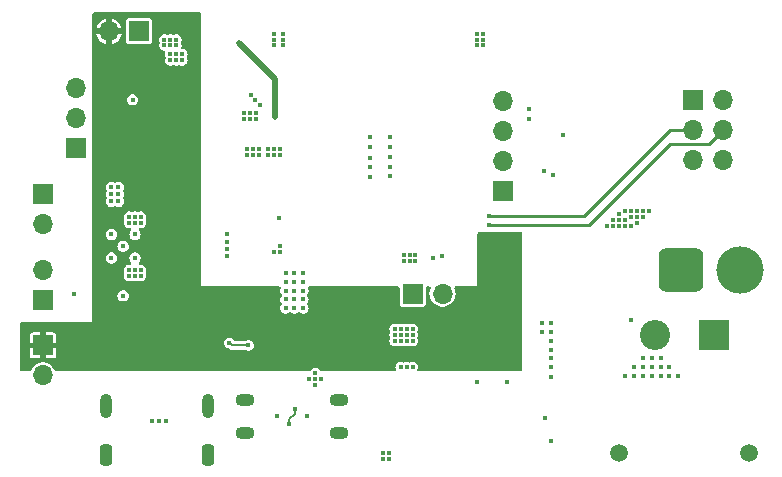
<source format=gbr>
%TF.GenerationSoftware,KiCad,Pcbnew,8.0.6*%
%TF.CreationDate,2024-12-20T17:35:19-08:00*%
%TF.ProjectId,roomba,726f6f6d-6261-42e6-9b69-6361645f7063,rev?*%
%TF.SameCoordinates,Original*%
%TF.FileFunction,Copper,L2,Inr*%
%TF.FilePolarity,Positive*%
%FSLAX46Y46*%
G04 Gerber Fmt 4.6, Leading zero omitted, Abs format (unit mm)*
G04 Created by KiCad (PCBNEW 8.0.6) date 2024-12-20 17:35:19*
%MOMM*%
%LPD*%
G01*
G04 APERTURE LIST*
G04 Aperture macros list*
%AMRoundRect*
0 Rectangle with rounded corners*
0 $1 Rounding radius*
0 $2 $3 $4 $5 $6 $7 $8 $9 X,Y pos of 4 corners*
0 Add a 4 corners polygon primitive as box body*
4,1,4,$2,$3,$4,$5,$6,$7,$8,$9,$2,$3,0*
0 Add four circle primitives for the rounded corners*
1,1,$1+$1,$2,$3*
1,1,$1+$1,$4,$5*
1,1,$1+$1,$6,$7*
1,1,$1+$1,$8,$9*
0 Add four rect primitives between the rounded corners*
20,1,$1+$1,$2,$3,$4,$5,0*
20,1,$1+$1,$4,$5,$6,$7,0*
20,1,$1+$1,$6,$7,$8,$9,0*
20,1,$1+$1,$8,$9,$2,$3,0*%
G04 Aperture macros list end*
%TA.AperFunction,ComponentPad*%
%ADD10R,1.700000X1.700000*%
%TD*%
%TA.AperFunction,ComponentPad*%
%ADD11O,1.700000X1.700000*%
%TD*%
%TA.AperFunction,ComponentPad*%
%ADD12C,0.450000*%
%TD*%
%TA.AperFunction,ComponentPad*%
%ADD13O,1.600000X1.100000*%
%TD*%
%TA.AperFunction,ComponentPad*%
%ADD14RoundRect,0.250000X-0.250000X-0.650000X0.250000X-0.650000X0.250000X0.650000X-0.250000X0.650000X0*%
%TD*%
%TA.AperFunction,ComponentPad*%
%ADD15O,1.000000X2.100000*%
%TD*%
%TA.AperFunction,ComponentPad*%
%ADD16C,4.000000*%
%TD*%
%TA.AperFunction,ComponentPad*%
%ADD17RoundRect,0.760000X-1.140000X-1.140000X1.140000X-1.140000X1.140000X1.140000X-1.140000X1.140000X0*%
%TD*%
%TA.AperFunction,ComponentPad*%
%ADD18R,2.550000X2.550000*%
%TD*%
%TA.AperFunction,ComponentPad*%
%ADD19C,1.508000*%
%TD*%
%TA.AperFunction,ComponentPad*%
%ADD20C,2.550000*%
%TD*%
%TA.AperFunction,ViaPad*%
%ADD21C,0.400000*%
%TD*%
%TA.AperFunction,ViaPad*%
%ADD22C,0.450000*%
%TD*%
%TA.AperFunction,Conductor*%
%ADD23C,0.250000*%
%TD*%
%TA.AperFunction,Conductor*%
%ADD24C,0.500000*%
%TD*%
%TA.AperFunction,Conductor*%
%ADD25C,0.200000*%
%TD*%
G04 APERTURE END LIST*
D10*
%TO.N,GND*%
%TO.C,U3*%
X162120000Y-102340000D03*
D11*
%TO.N,+3V3*%
X162120000Y-99800000D03*
%TO.N,/SCL*%
X162120000Y-97260000D03*
%TO.N,/SDA*%
X162120000Y-94720000D03*
%TD*%
D12*
%TO.N,GND*%
%TO.C,U2*%
X131000000Y-106000000D03*
X129000000Y-106000000D03*
X130000000Y-107000000D03*
X131000000Y-108000000D03*
X129000000Y-108000000D03*
%TD*%
D10*
%TO.N,+BATT*%
%TO.C,M3*%
X123200000Y-115400000D03*
D11*
%TO.N,Net-(D10-A)*%
X123200000Y-117940000D03*
%TD*%
%TO.N,Net-(M2--)*%
%TO.C,M2*%
X123200000Y-109000000D03*
D10*
%TO.N,Net-(M2-+)*%
X123200000Y-111540000D03*
%TD*%
%TO.N,Net-(M1-+)*%
%TO.C,M1*%
X123200000Y-102600000D03*
D11*
%TO.N,Net-(M1--)*%
X123200000Y-105140000D03*
%TD*%
%TO.N,+3V3*%
%TO.C,J7*%
X157040000Y-111000000D03*
D10*
%TO.N,GND*%
X154500000Y-111000000D03*
%TD*%
%TO.N,GND*%
%TO.C,J6*%
X131340000Y-88800000D03*
D11*
%TO.N,+BATT*%
X128800000Y-88800000D03*
%TD*%
D13*
%TO.N,GND*%
%TO.C,J4*%
X148275000Y-122840750D03*
X140275000Y-122840750D03*
X148275000Y-119980750D03*
X140275000Y-119980750D03*
%TD*%
D10*
%TO.N,GND*%
%TO.C,J2*%
X126000000Y-98680000D03*
D11*
%TO.N,unconnected-(J2-Pin_2-Pad2)*%
X126000000Y-96140000D03*
%TO.N,/BLDC_MOT*%
X126000000Y-93600000D03*
%TD*%
D14*
%TO.N,GND*%
%TO.C,J1*%
X137195000Y-124673250D03*
X128555000Y-124673250D03*
D15*
X137195000Y-120493250D03*
X128555000Y-120493250D03*
%TD*%
D16*
%TO.N,GND*%
%TO.C,J5*%
X182250000Y-109000000D03*
D17*
%TO.N,/Power/D_BATT*%
X177250000Y-109000000D03*
%TD*%
D18*
%TO.N,/Power/D_BATT*%
%TO.C,J3*%
X180000000Y-114500000D03*
D19*
%TO.N,GND*%
X183000000Y-124500000D03*
D20*
X175000000Y-114500000D03*
D19*
X172000000Y-124500000D03*
%TD*%
D10*
%TO.N,+3V3*%
%TO.C,LED1*%
X178260000Y-94600000D03*
D11*
X180800000Y-94600000D03*
%TO.N,/LED_S1*%
X178260000Y-97140000D03*
%TO.N,/LED_S2*%
X180800000Y-97140000D03*
%TO.N,GND*%
X178260000Y-99680000D03*
X180800000Y-99680000D03*
%TD*%
D21*
%TO.N,GND*%
X143250000Y-107000000D03*
X143250000Y-107500000D03*
X142750000Y-107500000D03*
%TO.N,Net-(U1-SW)*%
X153000000Y-115000000D03*
X154000000Y-115000000D03*
X153500000Y-115000000D03*
X154500000Y-115000000D03*
X153000000Y-114500000D03*
X154000000Y-114500000D03*
X153500000Y-114500000D03*
X154500000Y-114500000D03*
X153500000Y-117250000D03*
X154000000Y-117250000D03*
X154500000Y-117250000D03*
X154500000Y-114000000D03*
X154000000Y-114000000D03*
X153500000Y-114000000D03*
X153000000Y-114000000D03*
%TO.N,GND*%
X152500000Y-125000000D03*
X152000000Y-125000000D03*
X152500000Y-124500000D03*
X152000000Y-124500000D03*
X177000000Y-118000000D03*
X176250000Y-118000000D03*
X176250000Y-117250000D03*
X172500000Y-118000000D03*
X173250000Y-117250000D03*
X173250000Y-118000000D03*
X175500000Y-118000000D03*
X174750000Y-118000000D03*
X174000000Y-118000000D03*
X175500000Y-117250000D03*
X175500000Y-116500000D03*
X174750000Y-116500000D03*
X174750000Y-117250000D03*
X174000000Y-117250000D03*
X174000000Y-116500000D03*
X173500000Y-104000000D03*
X174500000Y-104000000D03*
X172500000Y-104000000D03*
X174000000Y-104500000D03*
X173000000Y-104000000D03*
X173500000Y-104500000D03*
X174000000Y-104000000D03*
X173000000Y-104500000D03*
X173500000Y-105000000D03*
X166242062Y-118031831D03*
X166250000Y-117250000D03*
X166250000Y-116500000D03*
X166250000Y-115750000D03*
X166250000Y-115000000D03*
X166250000Y-114250000D03*
X165500000Y-114250000D03*
X166250000Y-113500000D03*
X165500000Y-113500000D03*
%TO.N,Net-(U1-VFB)*%
X162500000Y-118500000D03*
X160000000Y-118500000D03*
%TO.N,GND*%
X135000000Y-91250000D03*
X134000000Y-90750000D03*
X134500000Y-91250000D03*
X134000000Y-91250000D03*
X134500000Y-90750000D03*
X135000000Y-90750000D03*
X134500000Y-90000000D03*
X133500000Y-89500000D03*
X134000000Y-90000000D03*
X133500000Y-90000000D03*
X134000000Y-89500000D03*
X134500000Y-89500000D03*
X141250000Y-96250000D03*
X140250000Y-95750000D03*
X140750000Y-96250000D03*
X140250000Y-96250000D03*
X140750000Y-95750000D03*
X141250000Y-95750000D03*
X141497687Y-99252314D03*
X140997687Y-99252314D03*
X140997687Y-98752314D03*
X140497687Y-98752314D03*
X141500000Y-98750000D03*
X140497687Y-99252314D03*
X131497687Y-105002314D03*
X130997687Y-105002314D03*
X130997687Y-104502314D03*
X130497687Y-104502314D03*
X131500000Y-104500000D03*
X130497687Y-105002314D03*
X131502313Y-108997686D03*
X131000000Y-109000000D03*
X130500000Y-109000000D03*
X130500000Y-109500000D03*
X131000000Y-109500000D03*
X131500000Y-109500000D03*
X172000000Y-104250000D03*
X172500000Y-104750000D03*
X173000000Y-105250000D03*
X172000000Y-104750000D03*
X171500000Y-104750000D03*
X172500000Y-105250000D03*
X172000000Y-105250000D03*
X171500000Y-105250000D03*
X171000000Y-105250000D03*
X146250000Y-117750000D03*
X146250000Y-118750000D03*
X146750000Y-118250000D03*
X146250000Y-118250000D03*
X145750000Y-118250000D03*
X154750000Y-107750000D03*
X153750000Y-107750000D03*
X154250000Y-107750000D03*
X154750000Y-108250000D03*
X154250000Y-108250000D03*
X153750000Y-108250000D03*
X160500000Y-89000000D03*
X160000000Y-89000000D03*
X160500000Y-89500000D03*
X160000000Y-89500000D03*
X160500000Y-90000000D03*
X160000000Y-90000000D03*
X143500000Y-90000000D03*
X142750000Y-90000000D03*
X143500000Y-89500000D03*
X142750000Y-89500000D03*
X143500000Y-89000000D03*
X142750000Y-89000000D03*
X152570000Y-101090000D03*
X150925000Y-101135000D03*
X150925000Y-100275000D03*
X152575000Y-100275000D03*
X152575000Y-98625000D03*
X150925000Y-98625000D03*
%TO.N,Net-(Q9-G)*%
X165750000Y-121500000D03*
%TO.N,+3V3*%
X145250000Y-109250000D03*
X144500000Y-109250000D03*
X143750000Y-109250000D03*
X145250000Y-110000000D03*
X144500000Y-110000000D03*
X143750000Y-110000000D03*
X145250000Y-110750000D03*
X144500000Y-110750000D03*
X143750000Y-110750000D03*
X145250000Y-111500000D03*
X144500000Y-111500000D03*
X143750000Y-111500000D03*
X145250000Y-112250000D03*
X144500000Y-112250000D03*
X143750000Y-112250000D03*
%TO.N,GND*%
X138800000Y-107800000D03*
X138800000Y-107200000D03*
X138800000Y-106600000D03*
X138800000Y-106000000D03*
%TO.N,/SDA*%
X166400000Y-101000000D03*
%TO.N,/SCL*%
X165600000Y-100600000D03*
X164400000Y-95400000D03*
%TO.N,/SDA*%
X164400000Y-96200000D03*
D22*
%TO.N,/LED_S2*%
X161000000Y-105200000D03*
%TO.N,/LED_S1*%
X161000000Y-104400000D03*
%TO.N,+BATT*%
X135600000Y-102400000D03*
X136200000Y-102400000D03*
%TO.N,/SDA*%
X156200000Y-108000000D03*
%TO.N,Net-(MCU1-IO0)*%
X139800000Y-89800000D03*
X142850000Y-96050000D03*
%TO.N,+3V3*%
X141200000Y-94600000D03*
X141600000Y-95000000D03*
X140800000Y-94200000D03*
X130800000Y-94600000D03*
X129000000Y-103200000D03*
X129000000Y-102600000D03*
X129000000Y-102000000D03*
X129600000Y-103200000D03*
X129600000Y-102600000D03*
X129600000Y-102000000D03*
%TO.N,+BATT*%
X134400000Y-106600000D03*
X134400000Y-107800000D03*
X135000000Y-107200000D03*
X134400000Y-107200000D03*
%TO.N,+3V3*%
X125800000Y-111000000D03*
%TO.N,/nFault*%
X130000000Y-111200000D03*
X143200000Y-104600000D03*
%TO.N,+BATT*%
X162800000Y-106400000D03*
X163400000Y-107000000D03*
X162800000Y-107000000D03*
X163400000Y-106400000D03*
X161600000Y-106400000D03*
X162200000Y-107000000D03*
X161600000Y-107000000D03*
X162200000Y-106400000D03*
X161000000Y-106400000D03*
X160400000Y-106400000D03*
X161000000Y-107000000D03*
X160400000Y-107000000D03*
D21*
%TO.N,/DN*%
X144525000Y-120810750D03*
X144025000Y-122010750D03*
%TO.N,+V_USB*%
X133000000Y-121800000D03*
X132400000Y-121800000D03*
X133600000Y-121800000D03*
X145525000Y-121400000D03*
X143025000Y-121400000D03*
D22*
%TO.N,/SCL*%
X157000000Y-107800000D03*
D21*
%TO.N,GND*%
X167200000Y-97600000D03*
%TO.N,/DN*%
X140600000Y-115400000D03*
X139000000Y-115200000D03*
%TO.N,GND*%
X150925000Y-97750000D03*
X152575000Y-97750000D03*
X150925000Y-99495000D03*
X152570000Y-99450000D03*
X142247687Y-99252314D03*
X143250000Y-98750000D03*
X142247687Y-98752314D03*
X142747687Y-98752314D03*
X142747687Y-99252314D03*
X143247687Y-99252314D03*
%TO.N,Net-(Q9-G)*%
X173000000Y-113250000D03*
%TO.N,/Power/D_BATT*%
X166250000Y-123500000D03*
%TD*%
D23*
%TO.N,/LED_S2*%
X179625000Y-98315000D02*
X176285000Y-98315000D01*
X180800000Y-97140000D02*
X179625000Y-98315000D01*
%TO.N,/LED_S1*%
X176260000Y-97140000D02*
X178260000Y-97140000D01*
D24*
%TO.N,Net-(MCU1-IO0)*%
X142850000Y-92850000D02*
X139800000Y-89800000D01*
X142850000Y-96050000D02*
X142850000Y-92850000D01*
D25*
%TO.N,/DN*%
X144525000Y-121160750D02*
X144525000Y-120810750D01*
X144025000Y-121660750D02*
X144525000Y-121160750D01*
X144025000Y-122010750D02*
X144025000Y-121660750D01*
D23*
%TO.N,/LED_S2*%
X169400000Y-105200000D02*
X161000000Y-105200000D01*
%TO.N,/LED_S1*%
X169000000Y-104400000D02*
X176260000Y-97140000D01*
X161000000Y-104400000D02*
X169000000Y-104400000D01*
%TO.N,/LED_S2*%
X176285000Y-98315000D02*
X169400000Y-105200000D01*
D25*
%TO.N,/DN*%
X140600000Y-115400000D02*
X139200000Y-115400000D01*
X139200000Y-115400000D02*
X139000000Y-115200000D01*
%TD*%
%TA.AperFunction,Conductor*%
%TO.N,+BATT*%
G36*
X136543039Y-87219685D02*
G01*
X136588794Y-87272489D01*
X136600000Y-87324000D01*
X136600000Y-110400000D01*
X143221636Y-110400000D01*
X143288675Y-110419685D01*
X143334430Y-110472489D01*
X143344374Y-110541647D01*
X143334431Y-110575511D01*
X143313302Y-110621776D01*
X143294867Y-110750000D01*
X143313302Y-110878225D01*
X143367117Y-110996061D01*
X143367118Y-110996063D01*
X143375000Y-111005159D01*
X143408480Y-111043798D01*
X143437504Y-111107354D01*
X143427560Y-111176513D01*
X143408480Y-111206202D01*
X143367118Y-111253937D01*
X143367117Y-111253938D01*
X143313302Y-111371774D01*
X143294867Y-111500000D01*
X143313302Y-111628225D01*
X143366440Y-111744579D01*
X143367118Y-111746063D01*
X143375000Y-111755159D01*
X143408480Y-111793798D01*
X143437504Y-111857354D01*
X143427560Y-111926513D01*
X143408480Y-111956202D01*
X143367118Y-112003937D01*
X143367117Y-112003938D01*
X143313302Y-112121774D01*
X143294867Y-112250000D01*
X143313302Y-112378225D01*
X143329948Y-112414674D01*
X143367118Y-112496063D01*
X143451951Y-112593967D01*
X143560931Y-112664004D01*
X143685225Y-112700499D01*
X143685227Y-112700500D01*
X143685228Y-112700500D01*
X143814773Y-112700500D01*
X143814773Y-112700499D01*
X143939069Y-112664004D01*
X144048049Y-112593967D01*
X144048049Y-112593966D01*
X144055510Y-112589172D01*
X144057065Y-112591592D01*
X144107347Y-112568627D01*
X144176506Y-112578567D01*
X144194056Y-112589846D01*
X144194490Y-112589172D01*
X144201950Y-112593966D01*
X144201951Y-112593967D01*
X144310931Y-112664004D01*
X144435225Y-112700499D01*
X144435227Y-112700500D01*
X144435228Y-112700500D01*
X144564773Y-112700500D01*
X144564773Y-112700499D01*
X144689069Y-112664004D01*
X144798049Y-112593967D01*
X144798049Y-112593966D01*
X144805510Y-112589172D01*
X144807065Y-112591592D01*
X144857347Y-112568627D01*
X144926506Y-112578567D01*
X144944056Y-112589846D01*
X144944490Y-112589172D01*
X144951950Y-112593966D01*
X144951951Y-112593967D01*
X145060931Y-112664004D01*
X145185225Y-112700499D01*
X145185227Y-112700500D01*
X145185228Y-112700500D01*
X145314773Y-112700500D01*
X145314773Y-112700499D01*
X145439069Y-112664004D01*
X145548049Y-112593967D01*
X145632882Y-112496063D01*
X145686697Y-112378226D01*
X145705133Y-112250000D01*
X145686697Y-112121774D01*
X145632882Y-112003937D01*
X145591519Y-111956200D01*
X145562495Y-111892647D01*
X145572439Y-111823489D01*
X145591517Y-111793800D01*
X145632882Y-111746063D01*
X145686697Y-111628226D01*
X145705133Y-111500000D01*
X145686697Y-111371774D01*
X145632882Y-111253937D01*
X145591519Y-111206200D01*
X145562495Y-111142647D01*
X145572439Y-111073489D01*
X145591517Y-111043800D01*
X145632882Y-110996063D01*
X145686697Y-110878226D01*
X145705133Y-110750000D01*
X145686697Y-110621774D01*
X145665568Y-110575510D01*
X145655626Y-110506353D01*
X145684651Y-110442797D01*
X145743430Y-110405023D01*
X145778364Y-110400000D01*
X153275500Y-110400000D01*
X153342539Y-110419685D01*
X153388294Y-110472489D01*
X153399500Y-110524000D01*
X153399500Y-111874678D01*
X153414032Y-111947735D01*
X153414033Y-111947739D01*
X153432405Y-111975235D01*
X153469399Y-112030601D01*
X153552260Y-112085966D01*
X153552264Y-112085967D01*
X153625321Y-112100499D01*
X153625324Y-112100500D01*
X153625326Y-112100500D01*
X155374676Y-112100500D01*
X155374677Y-112100499D01*
X155447740Y-112085966D01*
X155530601Y-112030601D01*
X155585966Y-111947740D01*
X155600500Y-111874674D01*
X155600500Y-110524000D01*
X155620185Y-110456961D01*
X155672989Y-110411206D01*
X155724500Y-110400000D01*
X155909112Y-110400000D01*
X155976151Y-110419685D01*
X156021906Y-110472489D01*
X156031850Y-110541647D01*
X156020113Y-110579271D01*
X156009421Y-110600743D01*
X156009417Y-110600752D01*
X155953602Y-110796917D01*
X155934785Y-110999999D01*
X155934785Y-111000000D01*
X155953602Y-111203082D01*
X156009417Y-111399247D01*
X156009422Y-111399260D01*
X156100327Y-111581821D01*
X156223237Y-111744581D01*
X156373958Y-111881980D01*
X156373960Y-111881982D01*
X156391185Y-111892647D01*
X156547363Y-111989348D01*
X156737544Y-112063024D01*
X156938024Y-112100500D01*
X156938026Y-112100500D01*
X157141974Y-112100500D01*
X157141976Y-112100500D01*
X157342456Y-112063024D01*
X157532637Y-111989348D01*
X157706041Y-111881981D01*
X157855137Y-111746062D01*
X157856762Y-111744581D01*
X157856764Y-111744579D01*
X157979673Y-111581821D01*
X158070582Y-111399250D01*
X158126397Y-111203083D01*
X158145215Y-111000000D01*
X158126397Y-110796917D01*
X158070582Y-110600750D01*
X158059887Y-110579271D01*
X158047627Y-110510485D01*
X158074501Y-110445991D01*
X158131977Y-110406263D01*
X158170888Y-110400000D01*
X160000000Y-110400000D01*
X160000000Y-105924000D01*
X160019685Y-105856961D01*
X160072489Y-105811206D01*
X160124000Y-105800000D01*
X163676000Y-105800000D01*
X163743039Y-105819685D01*
X163788794Y-105872489D01*
X163800000Y-105924000D01*
X163800000Y-117476000D01*
X163780315Y-117543039D01*
X163727511Y-117588794D01*
X163676000Y-117600000D01*
X155028364Y-117600000D01*
X154961325Y-117580315D01*
X154915570Y-117527511D01*
X154905626Y-117458353D01*
X154915569Y-117424489D01*
X154936697Y-117378226D01*
X154955133Y-117250000D01*
X154936697Y-117121774D01*
X154882882Y-117003937D01*
X154798049Y-116906033D01*
X154689069Y-116835996D01*
X154689065Y-116835994D01*
X154689064Y-116835994D01*
X154564774Y-116799500D01*
X154564772Y-116799500D01*
X154435228Y-116799500D01*
X154435226Y-116799500D01*
X154310932Y-116835995D01*
X154302861Y-116839681D01*
X154301474Y-116836645D01*
X154249966Y-116851754D01*
X154198523Y-116836649D01*
X154197139Y-116839681D01*
X154189067Y-116835995D01*
X154064774Y-116799500D01*
X154064772Y-116799500D01*
X153935228Y-116799500D01*
X153935226Y-116799500D01*
X153810932Y-116835995D01*
X153802861Y-116839681D01*
X153801474Y-116836645D01*
X153749966Y-116851754D01*
X153698523Y-116836649D01*
X153697139Y-116839681D01*
X153689067Y-116835995D01*
X153564774Y-116799500D01*
X153564772Y-116799500D01*
X153435228Y-116799500D01*
X153435226Y-116799500D01*
X153310935Y-116835994D01*
X153310932Y-116835995D01*
X153310931Y-116835996D01*
X153286411Y-116851754D01*
X153201950Y-116906033D01*
X153117118Y-117003937D01*
X153117117Y-117003938D01*
X153063302Y-117121774D01*
X153044867Y-117250000D01*
X153063302Y-117378223D01*
X153084431Y-117424489D01*
X153094374Y-117493647D01*
X153065349Y-117557203D01*
X153006570Y-117594977D01*
X152971636Y-117600000D01*
X146756443Y-117600000D01*
X146689404Y-117580315D01*
X146643649Y-117527513D01*
X146642381Y-117524738D01*
X146632882Y-117503937D01*
X146548049Y-117406033D01*
X146439069Y-117335996D01*
X146439065Y-117335994D01*
X146439064Y-117335994D01*
X146314774Y-117299500D01*
X146314772Y-117299500D01*
X146185228Y-117299500D01*
X146185226Y-117299500D01*
X146060935Y-117335994D01*
X146060932Y-117335995D01*
X146060931Y-117335996D01*
X146009677Y-117368934D01*
X145951950Y-117406033D01*
X145867118Y-117503936D01*
X145856351Y-117527513D01*
X145810595Y-117580316D01*
X145743557Y-117600000D01*
X124336863Y-117600000D01*
X124269824Y-117580315D01*
X124225863Y-117531272D01*
X124149655Y-117378226D01*
X124139673Y-117358179D01*
X124016764Y-117195421D01*
X124016762Y-117195418D01*
X123866041Y-117058019D01*
X123866039Y-117058017D01*
X123692642Y-116950655D01*
X123692635Y-116950651D01*
X123577461Y-116906033D01*
X123502456Y-116876976D01*
X123301976Y-116839500D01*
X123098024Y-116839500D01*
X122897544Y-116876976D01*
X122897541Y-116876976D01*
X122897541Y-116876977D01*
X122707364Y-116950651D01*
X122707357Y-116950655D01*
X122533960Y-117058017D01*
X122533958Y-117058019D01*
X122383237Y-117195418D01*
X122260327Y-117358178D01*
X122174137Y-117531272D01*
X122126634Y-117582509D01*
X122063137Y-117600000D01*
X121374500Y-117600000D01*
X121307461Y-117580315D01*
X121261706Y-117527511D01*
X121250500Y-117476000D01*
X121250500Y-114525371D01*
X122100000Y-114525371D01*
X122100000Y-115150000D01*
X122766988Y-115150000D01*
X122734075Y-115207007D01*
X122700000Y-115334174D01*
X122700000Y-115465826D01*
X122734075Y-115592993D01*
X122766988Y-115650000D01*
X122100000Y-115650000D01*
X122100000Y-116274628D01*
X122114503Y-116347540D01*
X122114505Y-116347544D01*
X122169760Y-116430239D01*
X122252455Y-116485494D01*
X122252459Y-116485496D01*
X122325371Y-116499999D01*
X122325374Y-116500000D01*
X122950000Y-116500000D01*
X122950000Y-115833012D01*
X123007007Y-115865925D01*
X123134174Y-115900000D01*
X123265826Y-115900000D01*
X123392993Y-115865925D01*
X123450000Y-115833012D01*
X123450000Y-116500000D01*
X124074626Y-116500000D01*
X124074628Y-116499999D01*
X124147540Y-116485496D01*
X124147544Y-116485494D01*
X124230239Y-116430239D01*
X124285494Y-116347544D01*
X124285496Y-116347540D01*
X124299999Y-116274628D01*
X124300000Y-116274626D01*
X124300000Y-115650000D01*
X123633012Y-115650000D01*
X123665925Y-115592993D01*
X123700000Y-115465826D01*
X123700000Y-115334174D01*
X123665925Y-115207007D01*
X123661880Y-115200000D01*
X138544867Y-115200000D01*
X138563302Y-115328225D01*
X138584594Y-115374846D01*
X138617118Y-115446063D01*
X138701951Y-115543967D01*
X138810931Y-115614004D01*
X138848322Y-115624982D01*
X138932594Y-115649727D01*
X138977632Y-115676449D01*
X138978343Y-115675524D01*
X138984786Y-115680468D01*
X138984788Y-115680470D01*
X139064712Y-115726614D01*
X139153856Y-115750500D01*
X139153857Y-115750500D01*
X139246144Y-115750500D01*
X140275707Y-115750500D01*
X140342746Y-115770185D01*
X140410928Y-115814003D01*
X140410933Y-115814005D01*
X140535225Y-115850499D01*
X140535227Y-115850500D01*
X140535228Y-115850500D01*
X140664773Y-115850500D01*
X140664773Y-115850499D01*
X140789069Y-115814004D01*
X140898049Y-115743967D01*
X140982882Y-115646063D01*
X141036697Y-115528226D01*
X141055133Y-115400000D01*
X141036697Y-115271774D01*
X140982882Y-115153937D01*
X140898049Y-115056033D01*
X140789069Y-114985996D01*
X140789065Y-114985994D01*
X140789064Y-114985994D01*
X140664774Y-114949500D01*
X140664772Y-114949500D01*
X140535228Y-114949500D01*
X140535226Y-114949500D01*
X140410933Y-114985994D01*
X140410928Y-114985996D01*
X140342746Y-115029815D01*
X140275707Y-115049500D01*
X139506214Y-115049500D01*
X139439175Y-115029815D01*
X139393420Y-114977011D01*
X139382884Y-114953940D01*
X139382882Y-114953938D01*
X139382882Y-114953937D01*
X139298049Y-114856033D01*
X139189069Y-114785996D01*
X139189065Y-114785994D01*
X139189064Y-114785994D01*
X139064774Y-114749500D01*
X139064772Y-114749500D01*
X138935228Y-114749500D01*
X138935226Y-114749500D01*
X138810935Y-114785994D01*
X138810932Y-114785995D01*
X138810931Y-114785996D01*
X138786788Y-114801512D01*
X138701950Y-114856033D01*
X138617118Y-114953937D01*
X138617117Y-114953938D01*
X138563302Y-115071774D01*
X138544867Y-115200000D01*
X123661880Y-115200000D01*
X123633012Y-115150000D01*
X124300000Y-115150000D01*
X124300000Y-114525373D01*
X124299999Y-114525371D01*
X124285496Y-114452459D01*
X124285494Y-114452455D01*
X124230239Y-114369760D01*
X124147544Y-114314505D01*
X124147540Y-114314503D01*
X124074627Y-114300000D01*
X123450000Y-114300000D01*
X123450000Y-114966988D01*
X123392993Y-114934075D01*
X123265826Y-114900000D01*
X123134174Y-114900000D01*
X123007007Y-114934075D01*
X122950000Y-114966988D01*
X122950000Y-114300000D01*
X122325373Y-114300000D01*
X122252459Y-114314503D01*
X122252455Y-114314505D01*
X122169760Y-114369760D01*
X122114505Y-114452455D01*
X122114503Y-114452459D01*
X122100000Y-114525371D01*
X121250500Y-114525371D01*
X121250500Y-114000000D01*
X152544867Y-114000000D01*
X152563302Y-114128224D01*
X152595391Y-114198489D01*
X152605334Y-114267648D01*
X152595391Y-114301511D01*
X152563302Y-114371775D01*
X152544867Y-114500000D01*
X152563302Y-114628224D01*
X152595391Y-114698489D01*
X152605334Y-114767648D01*
X152595391Y-114801511D01*
X152563302Y-114871775D01*
X152544867Y-115000000D01*
X152563302Y-115128225D01*
X152617117Y-115246061D01*
X152617118Y-115246063D01*
X152701951Y-115343967D01*
X152810931Y-115414004D01*
X152920117Y-115446063D01*
X152935225Y-115450499D01*
X152935227Y-115450500D01*
X152935228Y-115450500D01*
X153064773Y-115450500D01*
X153064773Y-115450499D01*
X153189069Y-115414004D01*
X153189070Y-115414002D01*
X153197134Y-115410321D01*
X153198522Y-115413361D01*
X153249992Y-115398245D01*
X153301478Y-115413358D01*
X153302866Y-115410321D01*
X153310933Y-115414005D01*
X153435225Y-115450499D01*
X153435227Y-115450500D01*
X153435228Y-115450500D01*
X153564773Y-115450500D01*
X153564773Y-115450499D01*
X153689069Y-115414004D01*
X153689070Y-115414002D01*
X153697134Y-115410321D01*
X153698522Y-115413361D01*
X153749992Y-115398245D01*
X153801478Y-115413358D01*
X153802866Y-115410321D01*
X153810933Y-115414005D01*
X153935225Y-115450499D01*
X153935227Y-115450500D01*
X153935228Y-115450500D01*
X154064773Y-115450500D01*
X154064773Y-115450499D01*
X154189069Y-115414004D01*
X154189070Y-115414002D01*
X154197134Y-115410321D01*
X154198522Y-115413361D01*
X154249992Y-115398245D01*
X154301478Y-115413358D01*
X154302866Y-115410321D01*
X154310933Y-115414005D01*
X154435225Y-115450499D01*
X154435227Y-115450500D01*
X154435228Y-115450500D01*
X154564773Y-115450500D01*
X154564773Y-115450499D01*
X154689069Y-115414004D01*
X154798049Y-115343967D01*
X154882882Y-115246063D01*
X154936697Y-115128226D01*
X154955133Y-115000000D01*
X154936697Y-114871774D01*
X154904608Y-114801511D01*
X154894665Y-114732353D01*
X154904609Y-114698488D01*
X154936697Y-114628225D01*
X154936697Y-114628224D01*
X154955133Y-114500000D01*
X154936697Y-114371774D01*
X154904608Y-114301511D01*
X154894665Y-114232353D01*
X154904609Y-114198488D01*
X154936697Y-114128225D01*
X154936697Y-114128224D01*
X154955133Y-114000000D01*
X154936697Y-113871774D01*
X154882882Y-113753937D01*
X154798049Y-113656033D01*
X154689069Y-113585996D01*
X154689065Y-113585994D01*
X154689064Y-113585994D01*
X154564774Y-113549500D01*
X154564772Y-113549500D01*
X154435228Y-113549500D01*
X154435226Y-113549500D01*
X154310932Y-113585995D01*
X154302861Y-113589681D01*
X154301474Y-113586645D01*
X154249966Y-113601754D01*
X154198523Y-113586649D01*
X154197139Y-113589681D01*
X154189067Y-113585995D01*
X154064774Y-113549500D01*
X154064772Y-113549500D01*
X153935228Y-113549500D01*
X153935226Y-113549500D01*
X153810932Y-113585995D01*
X153802861Y-113589681D01*
X153801474Y-113586645D01*
X153749966Y-113601754D01*
X153698523Y-113586649D01*
X153697139Y-113589681D01*
X153689067Y-113585995D01*
X153564774Y-113549500D01*
X153564772Y-113549500D01*
X153435228Y-113549500D01*
X153435226Y-113549500D01*
X153310932Y-113585995D01*
X153302861Y-113589681D01*
X153301474Y-113586645D01*
X153249966Y-113601754D01*
X153198523Y-113586649D01*
X153197139Y-113589681D01*
X153189067Y-113585995D01*
X153064774Y-113549500D01*
X153064772Y-113549500D01*
X152935228Y-113549500D01*
X152935226Y-113549500D01*
X152810935Y-113585994D01*
X152810932Y-113585995D01*
X152810931Y-113585996D01*
X152786411Y-113601754D01*
X152701950Y-113656033D01*
X152617118Y-113753937D01*
X152617117Y-113753938D01*
X152563302Y-113871774D01*
X152544867Y-114000000D01*
X121250500Y-114000000D01*
X121250500Y-113524000D01*
X121270185Y-113456961D01*
X121322989Y-113411206D01*
X121374500Y-113400000D01*
X127400000Y-113400000D01*
X127400000Y-111200000D01*
X129519610Y-111200000D01*
X129539068Y-111335337D01*
X129539070Y-111335345D01*
X129595867Y-111459714D01*
X129595872Y-111459721D01*
X129685409Y-111563053D01*
X129685413Y-111563057D01*
X129745979Y-111601979D01*
X129800439Y-111636978D01*
X129866036Y-111656239D01*
X129931632Y-111675500D01*
X129931633Y-111675500D01*
X130068367Y-111675500D01*
X130199561Y-111636978D01*
X130314589Y-111563055D01*
X130404130Y-111459718D01*
X130460931Y-111335342D01*
X130480390Y-111200000D01*
X130460931Y-111064658D01*
X130433759Y-111005159D01*
X130404132Y-110940285D01*
X130404127Y-110940278D01*
X130314590Y-110836946D01*
X130314586Y-110836942D01*
X130199559Y-110763021D01*
X130068368Y-110724500D01*
X130068367Y-110724500D01*
X129931633Y-110724500D01*
X129931632Y-110724500D01*
X129800440Y-110763021D01*
X129685413Y-110836942D01*
X129685409Y-110836946D01*
X129595872Y-110940278D01*
X129595867Y-110940285D01*
X129539070Y-111064654D01*
X129539068Y-111064662D01*
X129519610Y-111200000D01*
X127400000Y-111200000D01*
X127400000Y-109000000D01*
X130044867Y-109000000D01*
X130063302Y-109128224D01*
X130095391Y-109198489D01*
X130105334Y-109267648D01*
X130095391Y-109301511D01*
X130063302Y-109371775D01*
X130044867Y-109500000D01*
X130063302Y-109628225D01*
X130076002Y-109656033D01*
X130117118Y-109746063D01*
X130201951Y-109843967D01*
X130310931Y-109914004D01*
X130435225Y-109950499D01*
X130435227Y-109950500D01*
X130435228Y-109950500D01*
X130564773Y-109950500D01*
X130564773Y-109950499D01*
X130689069Y-109914004D01*
X130689070Y-109914002D01*
X130697134Y-109910321D01*
X130698522Y-109913361D01*
X130749992Y-109898245D01*
X130801478Y-109913358D01*
X130802866Y-109910321D01*
X130810933Y-109914005D01*
X130935225Y-109950499D01*
X130935227Y-109950500D01*
X130935228Y-109950500D01*
X131064773Y-109950500D01*
X131064773Y-109950499D01*
X131189069Y-109914004D01*
X131189070Y-109914002D01*
X131197134Y-109910321D01*
X131198522Y-109913361D01*
X131249992Y-109898245D01*
X131301478Y-109913358D01*
X131302866Y-109910321D01*
X131310933Y-109914005D01*
X131435225Y-109950499D01*
X131435227Y-109950500D01*
X131435228Y-109950500D01*
X131564773Y-109950500D01*
X131564773Y-109950499D01*
X131689069Y-109914004D01*
X131798049Y-109843967D01*
X131882882Y-109746063D01*
X131936697Y-109628226D01*
X131955133Y-109500000D01*
X131936697Y-109371774D01*
X131905237Y-109302887D01*
X131895293Y-109233728D01*
X131905237Y-109199863D01*
X131939010Y-109125912D01*
X131957446Y-108997686D01*
X131939010Y-108869460D01*
X131885195Y-108751623D01*
X131800362Y-108653719D01*
X131691382Y-108583682D01*
X131691378Y-108583680D01*
X131691377Y-108583680D01*
X131567087Y-108547186D01*
X131567085Y-108547186D01*
X131437541Y-108547186D01*
X131428673Y-108547186D01*
X131428673Y-108544088D01*
X131374698Y-108536304D01*
X131321914Y-108490526D01*
X131302259Y-108423478D01*
X131321973Y-108356447D01*
X131332540Y-108342337D01*
X131404128Y-108259721D01*
X131404128Y-108259720D01*
X131404130Y-108259718D01*
X131406093Y-108255421D01*
X131425007Y-108214004D01*
X131460931Y-108135342D01*
X131480390Y-108000000D01*
X131460931Y-107864658D01*
X131448677Y-107837827D01*
X131404132Y-107740285D01*
X131404127Y-107740278D01*
X131314590Y-107636946D01*
X131314586Y-107636942D01*
X131199559Y-107563021D01*
X131068368Y-107524500D01*
X131068367Y-107524500D01*
X130931633Y-107524500D01*
X130931632Y-107524500D01*
X130800440Y-107563021D01*
X130685413Y-107636942D01*
X130685409Y-107636946D01*
X130595872Y-107740278D01*
X130595867Y-107740285D01*
X130539070Y-107864654D01*
X130539068Y-107864662D01*
X130519610Y-108000000D01*
X130539068Y-108135337D01*
X130539070Y-108135345D01*
X130595867Y-108259714D01*
X130595872Y-108259722D01*
X130669414Y-108344594D01*
X130698439Y-108408150D01*
X130688495Y-108477308D01*
X130642740Y-108530112D01*
X130575700Y-108549796D01*
X130571556Y-108549500D01*
X130564772Y-108549500D01*
X130435228Y-108549500D01*
X130435226Y-108549500D01*
X130310935Y-108585994D01*
X130310932Y-108585995D01*
X130310931Y-108585996D01*
X130259677Y-108618934D01*
X130201950Y-108656033D01*
X130117118Y-108753937D01*
X130117117Y-108753938D01*
X130063302Y-108871774D01*
X130044867Y-109000000D01*
X127400000Y-109000000D01*
X127400000Y-108000000D01*
X128519610Y-108000000D01*
X128539068Y-108135337D01*
X128539070Y-108135345D01*
X128595867Y-108259714D01*
X128595872Y-108259721D01*
X128685409Y-108363053D01*
X128685413Y-108363057D01*
X128745979Y-108401979D01*
X128800439Y-108436978D01*
X128866036Y-108456239D01*
X128931632Y-108475500D01*
X128931633Y-108475500D01*
X129068367Y-108475500D01*
X129199561Y-108436978D01*
X129314589Y-108363055D01*
X129404130Y-108259718D01*
X129406093Y-108255421D01*
X129425007Y-108214004D01*
X129460931Y-108135342D01*
X129480390Y-108000000D01*
X129460931Y-107864658D01*
X129448677Y-107837827D01*
X129404132Y-107740285D01*
X129404127Y-107740278D01*
X129314590Y-107636946D01*
X129314586Y-107636942D01*
X129199559Y-107563021D01*
X129068368Y-107524500D01*
X129068367Y-107524500D01*
X128931633Y-107524500D01*
X128931632Y-107524500D01*
X128800440Y-107563021D01*
X128685413Y-107636942D01*
X128685409Y-107636946D01*
X128595872Y-107740278D01*
X128595867Y-107740285D01*
X128539070Y-107864654D01*
X128539068Y-107864662D01*
X128519610Y-108000000D01*
X127400000Y-108000000D01*
X127400000Y-107000000D01*
X129519610Y-107000000D01*
X129539068Y-107135337D01*
X129539070Y-107135345D01*
X129595867Y-107259714D01*
X129595872Y-107259721D01*
X129685409Y-107363053D01*
X129685413Y-107363057D01*
X129745979Y-107401979D01*
X129800439Y-107436978D01*
X129831380Y-107446063D01*
X129931632Y-107475500D01*
X129931633Y-107475500D01*
X130068367Y-107475500D01*
X130199561Y-107436978D01*
X130314589Y-107363055D01*
X130404130Y-107259718D01*
X130460931Y-107135342D01*
X130480390Y-107000000D01*
X130460931Y-106864658D01*
X130448677Y-106837827D01*
X130404132Y-106740285D01*
X130404127Y-106740278D01*
X130314590Y-106636946D01*
X130314586Y-106636942D01*
X130199559Y-106563021D01*
X130068368Y-106524500D01*
X130068367Y-106524500D01*
X129931633Y-106524500D01*
X129931632Y-106524500D01*
X129800440Y-106563021D01*
X129685413Y-106636942D01*
X129685409Y-106636946D01*
X129595872Y-106740278D01*
X129595867Y-106740285D01*
X129539070Y-106864654D01*
X129539068Y-106864662D01*
X129519610Y-107000000D01*
X127400000Y-107000000D01*
X127400000Y-106000000D01*
X128519610Y-106000000D01*
X128539068Y-106135337D01*
X128539070Y-106135345D01*
X128595867Y-106259714D01*
X128595872Y-106259721D01*
X128685409Y-106363053D01*
X128685413Y-106363057D01*
X128745979Y-106401979D01*
X128800439Y-106436978D01*
X128866036Y-106456239D01*
X128931632Y-106475500D01*
X128931633Y-106475500D01*
X129068367Y-106475500D01*
X129199561Y-106436978D01*
X129314589Y-106363055D01*
X129404130Y-106259718D01*
X129460931Y-106135342D01*
X129480390Y-106000000D01*
X129460931Y-105864658D01*
X129436520Y-105811206D01*
X129404132Y-105740285D01*
X129404127Y-105740278D01*
X129314590Y-105636946D01*
X129314586Y-105636942D01*
X129199559Y-105563021D01*
X129068368Y-105524500D01*
X129068367Y-105524500D01*
X128931633Y-105524500D01*
X128931632Y-105524500D01*
X128800440Y-105563021D01*
X128685413Y-105636942D01*
X128685409Y-105636946D01*
X128595872Y-105740278D01*
X128595867Y-105740285D01*
X128539070Y-105864654D01*
X128539068Y-105864662D01*
X128519610Y-106000000D01*
X127400000Y-106000000D01*
X127400000Y-104502314D01*
X130042554Y-104502314D01*
X130060989Y-104630538D01*
X130093078Y-104700803D01*
X130103021Y-104769962D01*
X130093078Y-104803825D01*
X130060989Y-104874089D01*
X130042554Y-105002314D01*
X130060989Y-105130539D01*
X130114804Y-105248375D01*
X130114805Y-105248377D01*
X130199638Y-105346281D01*
X130308618Y-105416318D01*
X130357130Y-105430562D01*
X130432912Y-105452813D01*
X130432914Y-105452814D01*
X130571327Y-105452814D01*
X130571327Y-105455920D01*
X130625249Y-105463671D01*
X130678054Y-105509425D01*
X130697740Y-105576464D01*
X130678057Y-105643504D01*
X130667453Y-105657669D01*
X130595872Y-105740277D01*
X130595867Y-105740285D01*
X130539070Y-105864654D01*
X130539068Y-105864662D01*
X130519610Y-106000000D01*
X130539068Y-106135337D01*
X130539070Y-106135345D01*
X130595867Y-106259714D01*
X130595872Y-106259721D01*
X130685409Y-106363053D01*
X130685413Y-106363057D01*
X130745979Y-106401979D01*
X130800439Y-106436978D01*
X130866036Y-106456239D01*
X130931632Y-106475500D01*
X130931633Y-106475500D01*
X131068367Y-106475500D01*
X131199561Y-106436978D01*
X131314589Y-106363055D01*
X131404130Y-106259718D01*
X131460931Y-106135342D01*
X131480390Y-106000000D01*
X131460931Y-105864658D01*
X131436520Y-105811206D01*
X131404132Y-105740285D01*
X131404129Y-105740281D01*
X131332846Y-105658015D01*
X131303822Y-105594461D01*
X131313766Y-105525302D01*
X131359521Y-105472498D01*
X131426560Y-105452814D01*
X131562460Y-105452814D01*
X131562460Y-105452813D01*
X131686756Y-105416318D01*
X131795736Y-105346281D01*
X131880569Y-105248377D01*
X131934384Y-105130540D01*
X131952820Y-105002314D01*
X131934384Y-104874088D01*
X131902924Y-104805201D01*
X131892980Y-104736042D01*
X131902924Y-104702177D01*
X131936697Y-104628226D01*
X131955133Y-104500000D01*
X131936697Y-104371774D01*
X131882882Y-104253937D01*
X131798049Y-104156033D01*
X131689069Y-104085996D01*
X131689065Y-104085994D01*
X131689064Y-104085994D01*
X131564774Y-104049500D01*
X131564772Y-104049500D01*
X131435228Y-104049500D01*
X131435226Y-104049500D01*
X131310933Y-104085994D01*
X131302869Y-104089678D01*
X131301897Y-104087551D01*
X131247025Y-104103655D01*
X131196288Y-104088771D01*
X131194818Y-104091992D01*
X131186753Y-104088308D01*
X131062461Y-104051814D01*
X131062459Y-104051814D01*
X130932915Y-104051814D01*
X130932913Y-104051814D01*
X130808619Y-104088309D01*
X130800548Y-104091995D01*
X130799161Y-104088959D01*
X130747653Y-104104068D01*
X130696210Y-104088963D01*
X130694826Y-104091995D01*
X130686754Y-104088309D01*
X130562461Y-104051814D01*
X130562459Y-104051814D01*
X130432915Y-104051814D01*
X130432913Y-104051814D01*
X130308622Y-104088308D01*
X130308619Y-104088309D01*
X130308618Y-104088310D01*
X130284741Y-104103655D01*
X130199637Y-104158347D01*
X130114805Y-104256251D01*
X130114804Y-104256252D01*
X130060989Y-104374088D01*
X130042554Y-104502314D01*
X127400000Y-104502314D01*
X127400000Y-102000000D01*
X128519610Y-102000000D01*
X128539068Y-102135337D01*
X128539068Y-102135339D01*
X128539068Y-102135340D01*
X128539069Y-102135342D01*
X128590742Y-102248489D01*
X128600685Y-102317648D01*
X128590742Y-102351510D01*
X128558216Y-102422731D01*
X128539068Y-102464660D01*
X128539068Y-102464662D01*
X128519610Y-102600000D01*
X128539068Y-102735337D01*
X128539068Y-102735339D01*
X128539068Y-102735340D01*
X128539069Y-102735342D01*
X128590742Y-102848489D01*
X128600685Y-102917648D01*
X128590742Y-102951510D01*
X128558216Y-103022731D01*
X128539068Y-103064660D01*
X128539068Y-103064662D01*
X128519610Y-103200000D01*
X128539068Y-103335337D01*
X128539070Y-103335345D01*
X128595867Y-103459714D01*
X128595872Y-103459721D01*
X128685409Y-103563053D01*
X128685413Y-103563057D01*
X128736409Y-103595829D01*
X128800439Y-103636978D01*
X128866036Y-103656239D01*
X128931632Y-103675500D01*
X128931633Y-103675500D01*
X129068367Y-103675500D01*
X129199559Y-103636979D01*
X129209484Y-103630601D01*
X129232961Y-103615512D01*
X129300000Y-103595829D01*
X129367039Y-103615513D01*
X129400440Y-103636979D01*
X129531632Y-103675500D01*
X129531633Y-103675500D01*
X129668367Y-103675500D01*
X129799561Y-103636978D01*
X129914589Y-103563055D01*
X130004130Y-103459718D01*
X130060931Y-103335342D01*
X130080390Y-103200000D01*
X130060931Y-103064658D01*
X130009257Y-102951510D01*
X129999314Y-102882353D01*
X130009258Y-102848489D01*
X130060931Y-102735342D01*
X130080390Y-102600000D01*
X130060931Y-102464658D01*
X130009257Y-102351510D01*
X129999314Y-102282353D01*
X130009258Y-102248489D01*
X130060931Y-102135342D01*
X130080390Y-102000000D01*
X130060931Y-101864658D01*
X130048677Y-101837827D01*
X130004132Y-101740285D01*
X130004127Y-101740278D01*
X129914590Y-101636946D01*
X129914586Y-101636942D01*
X129799559Y-101563021D01*
X129668368Y-101524500D01*
X129668367Y-101524500D01*
X129531633Y-101524500D01*
X129531632Y-101524500D01*
X129400441Y-101563020D01*
X129400434Y-101563024D01*
X129367038Y-101584486D01*
X129299998Y-101604170D01*
X129232962Y-101584486D01*
X129199565Y-101563024D01*
X129199558Y-101563020D01*
X129068368Y-101524500D01*
X129068367Y-101524500D01*
X128931633Y-101524500D01*
X128931632Y-101524500D01*
X128800440Y-101563021D01*
X128685413Y-101636942D01*
X128685409Y-101636946D01*
X128595872Y-101740278D01*
X128595867Y-101740285D01*
X128539070Y-101864654D01*
X128539068Y-101864662D01*
X128519610Y-102000000D01*
X127400000Y-102000000D01*
X127400000Y-94600000D01*
X130319610Y-94600000D01*
X130339068Y-94735337D01*
X130339070Y-94735345D01*
X130395867Y-94859714D01*
X130395872Y-94859721D01*
X130485409Y-94963053D01*
X130485413Y-94963057D01*
X130521108Y-94985996D01*
X130600439Y-95036978D01*
X130665334Y-95056033D01*
X130731632Y-95075500D01*
X130731633Y-95075500D01*
X130868367Y-95075500D01*
X130999561Y-95036978D01*
X131114589Y-94963055D01*
X131204130Y-94859718D01*
X131260931Y-94735342D01*
X131280390Y-94600000D01*
X131260931Y-94464658D01*
X131248677Y-94437827D01*
X131204132Y-94340285D01*
X131204127Y-94340278D01*
X131114590Y-94236946D01*
X131114586Y-94236942D01*
X130999559Y-94163021D01*
X130868368Y-94124500D01*
X130868367Y-94124500D01*
X130731633Y-94124500D01*
X130731632Y-94124500D01*
X130600440Y-94163021D01*
X130485413Y-94236942D01*
X130485409Y-94236946D01*
X130395872Y-94340278D01*
X130395867Y-94340285D01*
X130339070Y-94464654D01*
X130339068Y-94464662D01*
X130319610Y-94600000D01*
X127400000Y-94600000D01*
X127400000Y-88549999D01*
X127727471Y-88549999D01*
X127727472Y-88550000D01*
X128366988Y-88550000D01*
X128334075Y-88607007D01*
X128300000Y-88734174D01*
X128300000Y-88865826D01*
X128334075Y-88992993D01*
X128366988Y-89050000D01*
X127727472Y-89050000D01*
X127769885Y-89199065D01*
X127769890Y-89199078D01*
X127860754Y-89381556D01*
X127983608Y-89544242D01*
X128134260Y-89681578D01*
X128307584Y-89788897D01*
X128497678Y-89862539D01*
X128550000Y-89872320D01*
X128550000Y-89233012D01*
X128607007Y-89265925D01*
X128734174Y-89300000D01*
X128865826Y-89300000D01*
X128992993Y-89265925D01*
X129050000Y-89233012D01*
X129050000Y-89872320D01*
X129102321Y-89862539D01*
X129292415Y-89788897D01*
X129465739Y-89681578D01*
X129616391Y-89544242D01*
X129739245Y-89381556D01*
X129830109Y-89199078D01*
X129830114Y-89199065D01*
X129872528Y-89050000D01*
X129233012Y-89050000D01*
X129265925Y-88992993D01*
X129300000Y-88865826D01*
X129300000Y-88734174D01*
X129265925Y-88607007D01*
X129233012Y-88550000D01*
X129872528Y-88550000D01*
X129872528Y-88549999D01*
X129830114Y-88400934D01*
X129830109Y-88400921D01*
X129739245Y-88218443D01*
X129616391Y-88055757D01*
X129473308Y-87925321D01*
X130239500Y-87925321D01*
X130239500Y-89674678D01*
X130254032Y-89747735D01*
X130254033Y-89747739D01*
X130267336Y-89767648D01*
X130309399Y-89830601D01*
X130371837Y-89872320D01*
X130392260Y-89885966D01*
X130392264Y-89885967D01*
X130465321Y-89900499D01*
X130465324Y-89900500D01*
X130465326Y-89900500D01*
X132214676Y-89900500D01*
X132214677Y-89900499D01*
X132287740Y-89885966D01*
X132370601Y-89830601D01*
X132425966Y-89747740D01*
X132440500Y-89674674D01*
X132440500Y-89500000D01*
X133044867Y-89500000D01*
X133063302Y-89628224D01*
X133095391Y-89698489D01*
X133105334Y-89767648D01*
X133095391Y-89801511D01*
X133063302Y-89871775D01*
X133044867Y-90000000D01*
X133063302Y-90128225D01*
X133076833Y-90157853D01*
X133117118Y-90246063D01*
X133201951Y-90343967D01*
X133310931Y-90414004D01*
X133435225Y-90450499D01*
X133435227Y-90450500D01*
X133448574Y-90450500D01*
X133515613Y-90470185D01*
X133561368Y-90522989D01*
X133571312Y-90592147D01*
X133565164Y-90613080D01*
X133565801Y-90613267D01*
X133563302Y-90621773D01*
X133544867Y-90750000D01*
X133563302Y-90878224D01*
X133595391Y-90948489D01*
X133605334Y-91017648D01*
X133595391Y-91051511D01*
X133563302Y-91121775D01*
X133544867Y-91250000D01*
X133563302Y-91378225D01*
X133617117Y-91496061D01*
X133617118Y-91496063D01*
X133701951Y-91593967D01*
X133810931Y-91664004D01*
X133935225Y-91700499D01*
X133935227Y-91700500D01*
X133935228Y-91700500D01*
X134064773Y-91700500D01*
X134064773Y-91700499D01*
X134189069Y-91664004D01*
X134189070Y-91664002D01*
X134197134Y-91660321D01*
X134198522Y-91663361D01*
X134249992Y-91648245D01*
X134301478Y-91663358D01*
X134302866Y-91660321D01*
X134310933Y-91664005D01*
X134435225Y-91700499D01*
X134435227Y-91700500D01*
X134435228Y-91700500D01*
X134564773Y-91700500D01*
X134564773Y-91700499D01*
X134689069Y-91664004D01*
X134689070Y-91664002D01*
X134697134Y-91660321D01*
X134698522Y-91663361D01*
X134749992Y-91648245D01*
X134801478Y-91663358D01*
X134802866Y-91660321D01*
X134810933Y-91664005D01*
X134935225Y-91700499D01*
X134935227Y-91700500D01*
X134935228Y-91700500D01*
X135064773Y-91700500D01*
X135064773Y-91700499D01*
X135189069Y-91664004D01*
X135298049Y-91593967D01*
X135382882Y-91496063D01*
X135436697Y-91378226D01*
X135455133Y-91250000D01*
X135436697Y-91121774D01*
X135404608Y-91051511D01*
X135394665Y-90982353D01*
X135404609Y-90948488D01*
X135436697Y-90878225D01*
X135436697Y-90878224D01*
X135455133Y-90750000D01*
X135436697Y-90621774D01*
X135382882Y-90503937D01*
X135298049Y-90406033D01*
X135189069Y-90335996D01*
X135189065Y-90335994D01*
X135189064Y-90335994D01*
X135064774Y-90299500D01*
X135064772Y-90299500D01*
X135051426Y-90299500D01*
X134984387Y-90279815D01*
X134938632Y-90227011D01*
X134928688Y-90157853D01*
X134934835Y-90136919D01*
X134934199Y-90136733D01*
X134936697Y-90128226D01*
X134939704Y-90107314D01*
X134955133Y-90000000D01*
X134936697Y-89871774D01*
X134904608Y-89801511D01*
X134894665Y-89732353D01*
X134904609Y-89698488D01*
X134915484Y-89674676D01*
X134936697Y-89628226D01*
X134955133Y-89500000D01*
X134936697Y-89371774D01*
X134882882Y-89253937D01*
X134798049Y-89156033D01*
X134689069Y-89085996D01*
X134689065Y-89085994D01*
X134689064Y-89085994D01*
X134564774Y-89049500D01*
X134564772Y-89049500D01*
X134435228Y-89049500D01*
X134435226Y-89049500D01*
X134310932Y-89085995D01*
X134302861Y-89089681D01*
X134301474Y-89086645D01*
X134249966Y-89101754D01*
X134198523Y-89086649D01*
X134197139Y-89089681D01*
X134189067Y-89085995D01*
X134064774Y-89049500D01*
X134064772Y-89049500D01*
X133935228Y-89049500D01*
X133935226Y-89049500D01*
X133810932Y-89085995D01*
X133802861Y-89089681D01*
X133801474Y-89086645D01*
X133749966Y-89101754D01*
X133698523Y-89086649D01*
X133697139Y-89089681D01*
X133689067Y-89085995D01*
X133564774Y-89049500D01*
X133564772Y-89049500D01*
X133435228Y-89049500D01*
X133435226Y-89049500D01*
X133310935Y-89085994D01*
X133310932Y-89085995D01*
X133310931Y-89085996D01*
X133286411Y-89101754D01*
X133201950Y-89156033D01*
X133117118Y-89253937D01*
X133117117Y-89253938D01*
X133063302Y-89371774D01*
X133044867Y-89500000D01*
X132440500Y-89500000D01*
X132440500Y-87925326D01*
X132440500Y-87925323D01*
X132440499Y-87925321D01*
X132425967Y-87852264D01*
X132425966Y-87852260D01*
X132409450Y-87827542D01*
X132370601Y-87769399D01*
X132287740Y-87714034D01*
X132287739Y-87714033D01*
X132287735Y-87714032D01*
X132214677Y-87699500D01*
X132214674Y-87699500D01*
X130465326Y-87699500D01*
X130465323Y-87699500D01*
X130392264Y-87714032D01*
X130392260Y-87714033D01*
X130309399Y-87769399D01*
X130254033Y-87852260D01*
X130254032Y-87852264D01*
X130239500Y-87925321D01*
X129473308Y-87925321D01*
X129465739Y-87918421D01*
X129292413Y-87811101D01*
X129102315Y-87737458D01*
X129102309Y-87737456D01*
X129050001Y-87727677D01*
X129050000Y-87727679D01*
X129050000Y-88366988D01*
X128992993Y-88334075D01*
X128865826Y-88300000D01*
X128734174Y-88300000D01*
X128607007Y-88334075D01*
X128550000Y-88366988D01*
X128550000Y-87727679D01*
X128549998Y-87727677D01*
X128497690Y-87737456D01*
X128497684Y-87737458D01*
X128307586Y-87811101D01*
X128134260Y-87918421D01*
X127983608Y-88055757D01*
X127860754Y-88218443D01*
X127769890Y-88400921D01*
X127769885Y-88400934D01*
X127727471Y-88549999D01*
X127400000Y-88549999D01*
X127400000Y-87324000D01*
X127419685Y-87256961D01*
X127472489Y-87211206D01*
X127524000Y-87200000D01*
X136476000Y-87200000D01*
X136543039Y-87219685D01*
G37*
%TD.AperFunction*%
%TD*%
M02*

</source>
